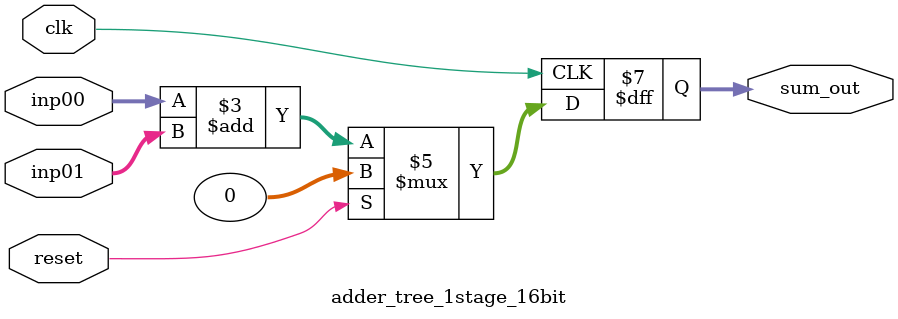
<source format=v>
module adder_tree_1stage_16bit(clk,reset,inp00,inp01,sum_out); 

input clk; 
input reset; 
input [15:0] inp00; 
input [15:0] inp01;
output reg [31:0] sum_out; 

always@(posedge clk) begin 

  if (reset == 1'b1) begin 
    sum_out <= 32'd0; 
  end
  else begin 
    sum_out <= inp00 + inp01; 
  end

end 

endmodule

</source>
